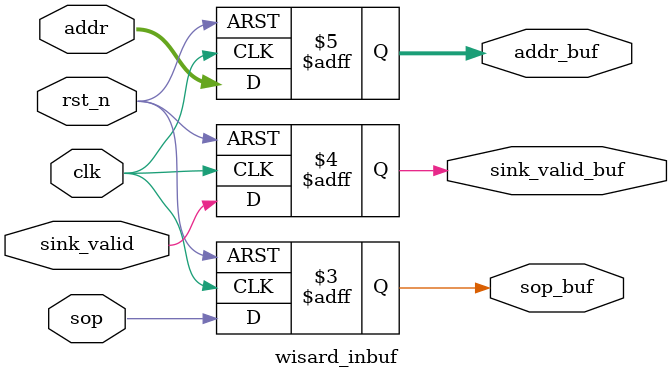
<source format=v>
module wisard_inbuf
#(parameter ADDRESS_WIDTH=5)
(
input clk,
input rst_n,
input sop,
input sink_valid,
input [ADDRESS_WIDTH-1:0] addr,
output reg sop_buf,
output reg sink_valid_buf,
output reg [ADDRESS_WIDTH-1:0] addr_buf
);

always @ (posedge clk or negedge rst_n) begin
   if (~rst_n) begin
      sop_buf <= 1'b0;
      sink_valid_buf <= 1'b0;
      addr_buf <= 0;
   end
   else begin
      sop_buf <= sop;
      sink_valid_buf <= sink_valid;
      addr_buf <= addr;
   end
end

endmodule

</source>
